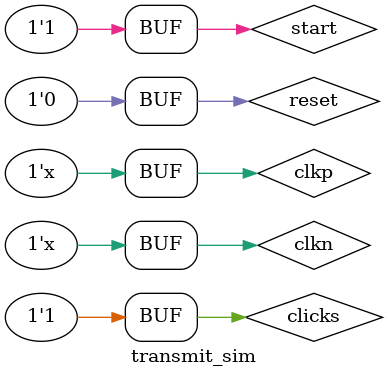
<source format=v>
`timescale 1ns / 1ps


module transmit_sim;

	// Inputs
	reg clkp;
	reg clkn;
	reg clicks;
	reg reset;
	reg start;

	// Outputs
	wire [1:0] status;
	wire [1:0] initialization_status;
	wire transmission_status;
	wire termination_status;
	wire ser_done;
	wire tim_done;
	wire data_out;
	wire [7:0] counterr;
	//wire counter_flag;
	//wire counter_flag_prev;
	//wire ind;
	//wire another_ind;

	// Instantiate the Unit Under Test (UUT)
	transmit uut (
		.clkp(clkp), 
		.clkn(clkn), 
		.clicks(clicks), 
		.reset(reset), 
		.start(start), 
		.status(status),
		.initialization_status(initialization_status),
		.transmission_status(transmission_status),
		.termination_status(termination_status),
		.ser_done(ser_done),
		.tim_done(tim_done),
		.counterr(counterr),
		//.counter_flag(counter_flag),
		//.counter_flag_prev(counter_flag_prev),
		//.ind(ind),
		//.another_ind(another_ind),
		.data_out(data_out)
	);

	always begin
	#2 clkn <= ~clkn;
	clkp <= ~clkp;
	end
	
	
	initial begin
		// Initialize Inputs
		clkp = 1;
		clkn = 0;
		clicks = 0;
		reset = 1;
		start = 1;
		
		#80000
		reset = 0;
		#170000
		clicks <= ~clicks;
		#2000
		clicks <= ~clicks;
		#2000
		clicks <= ~clicks;
		#2000
		clicks <= ~clicks;
		#2000
		clicks <= ~clicks;
		#2000
		clicks <= ~clicks;
		#2000
		clicks <= ~clicks;
		#2000
		clicks <= ~clicks;
		#2000
		clicks <= ~clicks;
		#2000
		clicks <= ~clicks;
		#2000
		clicks <= ~clicks;
		#2000
		clicks <= ~clicks;
		#2000
		clicks <= ~clicks;
		#2000
		clicks <= ~clicks;
		#2000
		clicks <= ~clicks;
		#2000
		clicks <= ~clicks;
		#2000
		clicks <= ~clicks;
		#2000
		clicks <= ~clicks;
		#2000
		clicks <= ~clicks;
		#2000
		clicks <= ~clicks;
		#2000
		clicks <= ~clicks;
		#2000
		clicks <= ~clicks;
		#2000
		clicks <= ~clicks;
		#2000
		clicks <= ~clicks;
		#2000
		clicks <= ~clicks;
		#2000
		clicks <= ~clicks;
		#2000
		clicks <= ~clicks;
		#2000
		clicks <= ~clicks;
		#2000
		clicks <= ~clicks;
		#2000
		clicks <= ~clicks;
		#2000
		clicks <= ~clicks;
		#2000
		clicks <= ~clicks;
		#2000
		clicks <= ~clicks;
		#2000
		clicks <= ~clicks;
		#2000
		clicks <= ~clicks;
		#2000
		clicks <= ~clicks;
		#2000
		clicks <= ~clicks;
		#2000
		clicks <= ~clicks;
		#2000
		clicks <= ~clicks;
		#2000
		clicks <= ~clicks;
		#2000
		clicks <= ~clicks;
		#2000
		clicks <= ~clicks;
		#2000
		clicks <= ~clicks;
		#2000
		clicks <= ~clicks;
		#2000
		clicks <= ~clicks;
		#2000
		clicks <= ~clicks;
		#2000
		clicks <= ~clicks;
		#2000
		clicks <= ~clicks;
		#2000
		clicks <= ~clicks;
		#2000
		clicks <= ~clicks;
		#2000
		clicks <= ~clicks;
		#2000
		clicks <= ~clicks;
		#2000
		clicks <= ~clicks;
		#2000
		clicks <= ~clicks;
		#2000
		clicks <= ~clicks;
		#2000
		clicks <= ~clicks;
		#2000
		clicks <= ~clicks;
		#2000
		clicks <= ~clicks;
		#2000
		clicks <= ~clicks;
		#2000
		clicks <= ~clicks;
		#2000
		clicks <= ~clicks;
		#2000
		clicks <= ~clicks;
		#2000
		clicks <= ~clicks;
		#2000
		clicks <= ~clicks;
		#2000
		clicks <= ~clicks;
		#2000
		clicks <= ~clicks;
		#2000
		clicks <= ~clicks;
		#2000
		clicks <= ~clicks;
		#2000
		clicks <= ~clicks;
		#2000
		clicks <= ~clicks;
		#2000
		clicks <= ~clicks;
		#2000
		clicks <= ~clicks;
		#2000
		clicks <= ~clicks;
		#2000
		clicks <= ~clicks;
		#2000
		clicks <= ~clicks;
		#2000
		clicks <= ~clicks;
		#2000
		clicks <= ~clicks;
		#2000
		clicks <= ~clicks;
		#2000
		clicks <= ~clicks;
		#2000
		clicks <= ~clicks;
		#2000
		clicks <= ~clicks;
		#2000
		clicks <= ~clicks;
		#2000
		clicks <= ~clicks;
		#2000
		clicks <= ~clicks;
		#2000
		clicks <= ~clicks;
		#2000
		clicks <= ~clicks;
		#2000
		clicks <= ~clicks;
		#2000
		clicks <= ~clicks;
		#2000
		clicks <= ~clicks;
		#2000
		clicks <= ~clicks;
		#2000
		clicks <= ~clicks;
		#2000
		clicks <= ~clicks;
		#2000
		clicks <= ~clicks;
		#2000
		clicks <= ~clicks;
		#2000
		clicks <= ~clicks;
		#2000
		clicks <= ~clicks;
		#2000
		clicks <= ~clicks;
		#2000
		clicks <= ~clicks;
		#2000
		clicks <= ~clicks;
		#2000
		clicks <= ~clicks;
		#2000
		clicks <= ~clicks;
		#2000
		clicks <= ~clicks;
		#2000
		clicks <= ~clicks;
		#2000
		clicks <= ~clicks;
		#2000
		clicks <= ~clicks;
		#2000
		clicks <= ~clicks;
		#2000
		clicks <= ~clicks;
		#2000
		clicks <= ~clicks;
		#2000
		clicks <= ~clicks;
		#2000
		clicks <= ~clicks;
		#2000
		clicks <= ~clicks;
		#2000
		clicks <= ~clicks;
		#2000
		clicks <= ~clicks;
		#2000
		clicks <= ~clicks;
		#2000
		clicks <= ~clicks;
		#2000
		clicks <= ~clicks;
		#2000
		clicks <= ~clicks;
		#2000
		clicks <= ~clicks;
		#2000
		clicks <= ~clicks;
		#364000
		reset = 1;
		#8000
		reset = 0;

	end
      
endmodule


</source>
